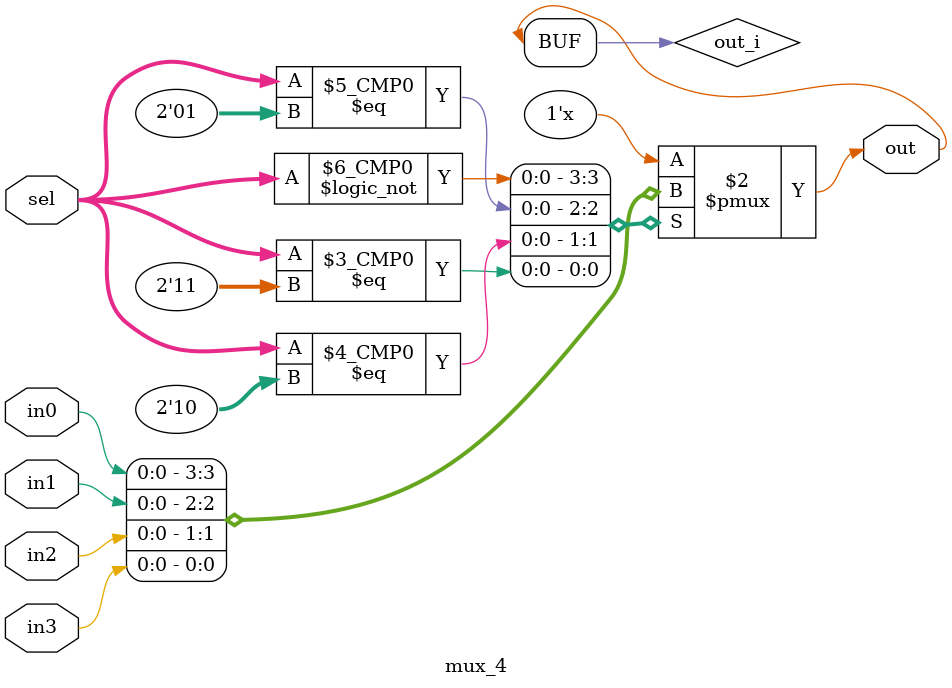
<source format=v>
module mux_4 #(parameter width=1)(input [1:0] sel,
                                  input [width - 1 : 0] in0,
                                  input [width - 1 : 0] in1,
                                  input [width - 1 : 0] in2,
                                  input [width - 1 : 0] in3,
                                  output [width - 1 : 0] out);


   reg [width - 1 : 0]                                   out_i;
   always @(*) begin
      case (sel)

        2'd0: out_i = in0;
        2'd1: out_i = in1;
        2'd2: out_i = in2;
        2'd3: out_i = in3;
        
      endcase
   end

   assign out = out_i;
   
endmodule

</source>
